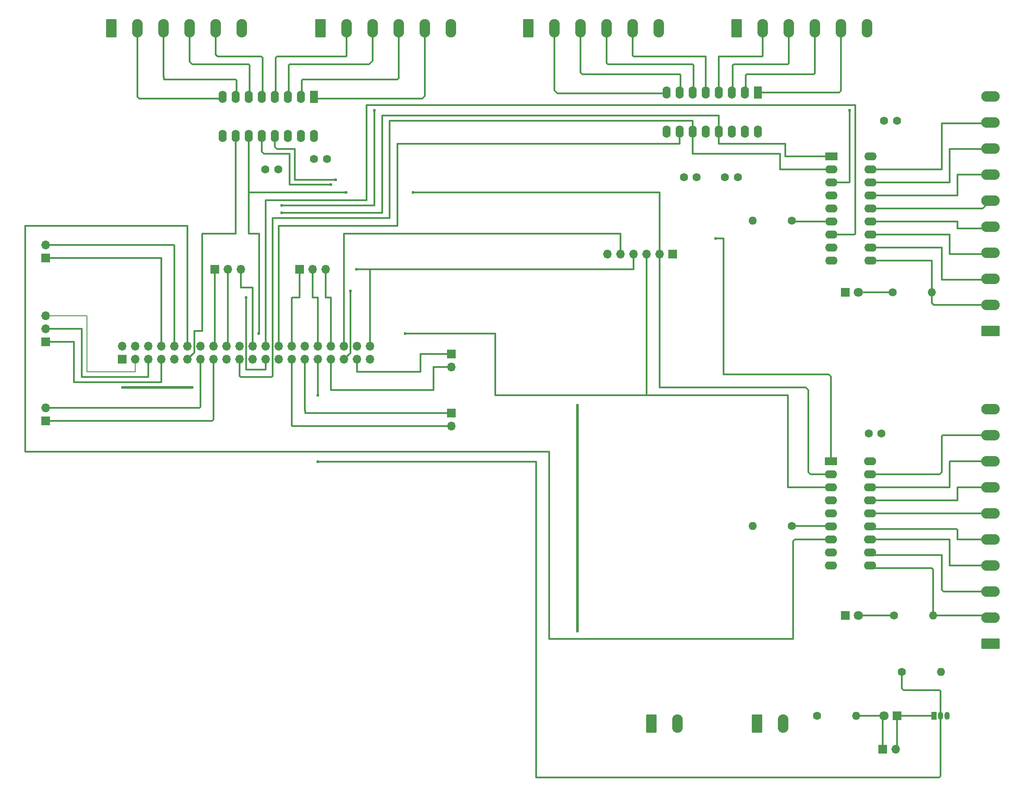
<source format=gbr>
%TF.GenerationSoftware,KiCad,Pcbnew,8.0.2*%
%TF.CreationDate,2024-07-09T15:06:59+02:00*%
%TF.ProjectId,PiADC-IO,50694144-432d-4494-9f2e-6b696361645f,1*%
%TF.SameCoordinates,Original*%
%TF.FileFunction,Copper,L2,Bot*%
%TF.FilePolarity,Positive*%
%FSLAX46Y46*%
G04 Gerber Fmt 4.6, Leading zero omitted, Abs format (unit mm)*
G04 Created by KiCad (PCBNEW 8.0.2) date 2024-07-09 15:06:59*
%MOMM*%
%LPD*%
G01*
G04 APERTURE LIST*
G04 Aperture macros list*
%AMRoundRect*
0 Rectangle with rounded corners*
0 $1 Rounding radius*
0 $2 $3 $4 $5 $6 $7 $8 $9 X,Y pos of 4 corners*
0 Add a 4 corners polygon primitive as box body*
4,1,4,$2,$3,$4,$5,$6,$7,$8,$9,$2,$3,0*
0 Add four circle primitives for the rounded corners*
1,1,$1+$1,$2,$3*
1,1,$1+$1,$4,$5*
1,1,$1+$1,$6,$7*
1,1,$1+$1,$8,$9*
0 Add four rect primitives between the rounded corners*
20,1,$1+$1,$2,$3,$4,$5,0*
20,1,$1+$1,$4,$5,$6,$7,0*
20,1,$1+$1,$6,$7,$8,$9,0*
20,1,$1+$1,$8,$9,$2,$3,0*%
G04 Aperture macros list end*
%TA.AperFunction,ComponentPad*%
%ADD10C,1.600000*%
%TD*%
%TA.AperFunction,ComponentPad*%
%ADD11R,1.700000X1.700000*%
%TD*%
%TA.AperFunction,ComponentPad*%
%ADD12O,1.700000X1.700000*%
%TD*%
%TA.AperFunction,ComponentPad*%
%ADD13O,1.600000X1.600000*%
%TD*%
%TA.AperFunction,ComponentPad*%
%ADD14RoundRect,0.249999X-0.790001X-1.550001X0.790001X-1.550001X0.790001X1.550001X-0.790001X1.550001X0*%
%TD*%
%TA.AperFunction,ComponentPad*%
%ADD15O,2.080000X3.600000*%
%TD*%
%TA.AperFunction,ComponentPad*%
%ADD16RoundRect,0.249999X1.550001X-0.790001X1.550001X0.790001X-1.550001X0.790001X-1.550001X-0.790001X0*%
%TD*%
%TA.AperFunction,ComponentPad*%
%ADD17O,3.600000X2.080000*%
%TD*%
%TA.AperFunction,ComponentPad*%
%ADD18R,1.600000X2.400000*%
%TD*%
%TA.AperFunction,ComponentPad*%
%ADD19O,1.600000X2.400000*%
%TD*%
%TA.AperFunction,ComponentPad*%
%ADD20R,2.400000X1.600000*%
%TD*%
%TA.AperFunction,ComponentPad*%
%ADD21O,2.400000X1.600000*%
%TD*%
%TA.AperFunction,ComponentPad*%
%ADD22R,1.800000X1.800000*%
%TD*%
%TA.AperFunction,ComponentPad*%
%ADD23C,1.800000*%
%TD*%
%TA.AperFunction,ComponentPad*%
%ADD24R,1.050000X1.500000*%
%TD*%
%TA.AperFunction,ComponentPad*%
%ADD25O,1.050000X1.500000*%
%TD*%
%TA.AperFunction,ViaPad*%
%ADD26C,0.600000*%
%TD*%
%TA.AperFunction,Conductor*%
%ADD27C,0.500000*%
%TD*%
%TA.AperFunction,Conductor*%
%ADD28C,0.300000*%
%TD*%
%TA.AperFunction,Conductor*%
%ADD29C,0.200000*%
%TD*%
G04 APERTURE END LIST*
D10*
%TO.P,C1,1*%
%TO.N,+3.3V*%
X79750000Y-52500000D03*
%TO.P,C1,2*%
%TO.N,GND*%
X82250000Y-52500000D03*
%TD*%
D11*
%TO.P,J22,1,Pin_1*%
%TO.N,Net-(D2-A)*%
X199960000Y-165500000D03*
D12*
%TO.P,J22,2,Pin_2*%
%TO.N,Net-(D2-K)*%
X202500000Y-165500000D03*
%TD*%
D11*
%TO.P,J1,1,Pin_1*%
%TO.N,Net-(J1-Pin_1)*%
X37000000Y-86080000D03*
D12*
%TO.P,J1,2,Pin_2*%
%TO.N,Net-(J1-Pin_2)*%
X37000000Y-83540000D03*
%TO.P,J1,3,Pin_3*%
%TO.N,Net-(J1-Pin_3)*%
X37000000Y-81000000D03*
%TD*%
D10*
%TO.P,R5,1*%
%TO.N,Net-(J15-Pin_31)*%
X203690000Y-150500000D03*
D13*
%TO.P,R5,2*%
%TO.N,+3.3V*%
X211310000Y-150500000D03*
%TD*%
D14*
%TO.P,J21,1,Pin_1*%
%TO.N,+5V*%
X154920000Y-160500000D03*
D15*
%TO.P,J21,2,Pin_2*%
%TO.N,GND*%
X160000000Y-160500000D03*
%TD*%
D16*
%TO.P,J5,1,Pin_1*%
%TO.N,+3.3V*%
X221000000Y-84000000D03*
D17*
%TO.P,J5,2,Pin_2*%
%TO.N,Net-(J5-Pin_2)*%
X221000000Y-78920000D03*
%TO.P,J5,3,Pin_3*%
%TO.N,Net-(J5-Pin_3)*%
X221000000Y-73840000D03*
%TO.P,J5,4,Pin_4*%
%TO.N,Net-(J5-Pin_4)*%
X221000000Y-68760000D03*
%TO.P,J5,5,Pin_5*%
%TO.N,Net-(J5-Pin_5)*%
X221000000Y-63680000D03*
%TO.P,J5,6,Pin_6*%
%TO.N,Net-(J5-Pin_6)*%
X221000000Y-58600000D03*
%TO.P,J5,7,Pin_7*%
%TO.N,Net-(J5-Pin_7)*%
X221000000Y-53520000D03*
%TO.P,J5,8,Pin_8*%
%TO.N,Net-(J5-Pin_8)*%
X221000000Y-48440000D03*
%TO.P,J5,9,Pin_9*%
%TO.N,Net-(J5-Pin_9)*%
X221000000Y-43360000D03*
%TO.P,J5,10,Pin_10*%
%TO.N,GND*%
X221000000Y-38280000D03*
%TD*%
D14*
%TO.P,J8,1,Pin_1*%
%TO.N,+3.3V*%
X131000000Y-25000000D03*
D15*
%TO.P,J8,2,Pin_2*%
%TO.N,Net-(J8-Pin_2)*%
X136080000Y-25000000D03*
%TO.P,J8,3,Pin_3*%
%TO.N,Net-(J8-Pin_3)*%
X141160000Y-25000000D03*
%TO.P,J8,4,Pin_4*%
%TO.N,Net-(J8-Pin_4)*%
X146240000Y-25000000D03*
%TO.P,J8,5,Pin_5*%
%TO.N,Net-(J8-Pin_5)*%
X151320000Y-25000000D03*
%TO.P,J8,6,Pin_6*%
%TO.N,GND*%
X156400000Y-25000000D03*
%TD*%
D11*
%TO.P,J19,1,Pin_1*%
%TO.N,Net-(J15-Pin_37)*%
X116000000Y-88460000D03*
D12*
%TO.P,J19,2,Pin_2*%
%TO.N,Net-(J15-Pin_33)*%
X116000000Y-91000000D03*
%TD*%
D14*
%TO.P,J11,1,Pin_1*%
%TO.N,+3.3V*%
X90500000Y-25000000D03*
D15*
%TO.P,J11,2,Pin_2*%
%TO.N,Net-(J11-Pin_2)*%
X95580000Y-25000000D03*
%TO.P,J11,3,Pin_3*%
%TO.N,Net-(J11-Pin_3)*%
X100660000Y-25000000D03*
%TO.P,J11,4,Pin_4*%
%TO.N,Net-(J11-Pin_4)*%
X105740000Y-25000000D03*
%TO.P,J11,5,Pin_5*%
%TO.N,Net-(J11-Pin_5)*%
X110820000Y-25000000D03*
%TO.P,J11,6,Pin_6*%
%TO.N,GND*%
X115900000Y-25000000D03*
%TD*%
D10*
%TO.P,C6,1*%
%TO.N,GND*%
X197250000Y-104000000D03*
%TO.P,C6,2*%
%TO.N,+3.3V*%
X199750000Y-104000000D03*
%TD*%
D11*
%TO.P,J6,1,Pin_1*%
%TO.N,Net-(J15-Pin_16)*%
X69920000Y-72000000D03*
D12*
%TO.P,J6,2,Pin_2*%
%TO.N,Net-(J15-Pin_18)*%
X72460000Y-72000000D03*
%TO.P,J6,3,Pin_3*%
%TO.N,Net-(J15-Pin_22)*%
X75000000Y-72000000D03*
%TD*%
D10*
%TO.P,R4,1*%
%TO.N,Net-(D1-A)*%
X202190000Y-139500000D03*
D13*
%TO.P,R4,2*%
%TO.N,Net-(J13-Pin_2)*%
X209810000Y-139500000D03*
%TD*%
D10*
%TO.P,R1,1*%
%TO.N,Net-(U5-~RESET)*%
X182310000Y-62500000D03*
D13*
%TO.P,R1,2*%
%TO.N,+3.3V*%
X174690000Y-62500000D03*
%TD*%
D11*
%TO.P,J3,1,Pin_1*%
%TO.N,Net-(J15-Pin_15)*%
X37000000Y-101500000D03*
D12*
%TO.P,J3,2,Pin_2*%
%TO.N,Net-(J15-Pin_13)*%
X37000000Y-98960000D03*
%TD*%
D14*
%TO.P,J16,1,Pin_1*%
%TO.N,+3.3V*%
X175500000Y-160500000D03*
D15*
%TO.P,J16,2,Pin_2*%
%TO.N,GND*%
X180580000Y-160500000D03*
%TD*%
D11*
%TO.P,J18,1,Pin_1*%
%TO.N,Net-(J15-Pin_29)*%
X116000000Y-100000000D03*
D12*
%TO.P,J18,2,Pin_2*%
%TO.N,Net-(J15-Pin_27)*%
X116000000Y-102540000D03*
%TD*%
D11*
%TO.P,J17,1,Pin_1*%
%TO.N,Net-(J15-Pin_28)*%
X86475000Y-72000000D03*
D12*
%TO.P,J17,2,Pin_2*%
%TO.N,Net-(J15-Pin_32)*%
X89015000Y-72000000D03*
%TO.P,J17,3,Pin_3*%
%TO.N,Net-(J15-Pin_34)*%
X91555000Y-72000000D03*
%TD*%
D18*
%TO.P,U3,1,CH0*%
%TO.N,Net-(J9-Pin_5)*%
X175660000Y-37500000D03*
D19*
%TO.P,U3,2,CH1*%
%TO.N,Net-(J9-Pin_4)*%
X173120000Y-37500000D03*
%TO.P,U3,3,CH2*%
%TO.N,Net-(J9-Pin_3)*%
X170580000Y-37500000D03*
%TO.P,U3,4,CH3*%
%TO.N,Net-(J9-Pin_2)*%
X168040000Y-37500000D03*
%TO.P,U3,5,CH4*%
%TO.N,Net-(J8-Pin_5)*%
X165500000Y-37500000D03*
%TO.P,U3,6,CH5*%
%TO.N,Net-(J8-Pin_4)*%
X162960000Y-37500000D03*
%TO.P,U3,7,CH6*%
%TO.N,Net-(J8-Pin_3)*%
X160420000Y-37500000D03*
%TO.P,U3,8,CH7*%
%TO.N,Net-(J8-Pin_2)*%
X157880000Y-37500000D03*
%TO.P,U3,9,DGND*%
%TO.N,GND*%
X157880000Y-45120000D03*
%TO.P,U3,10,~{CS}/SHDN*%
%TO.N,/CS 0_1*%
X160420000Y-45120000D03*
%TO.P,U3,11,Din*%
%TO.N,/MOSI 0*%
X162960000Y-45120000D03*
%TO.P,U3,12,Dout*%
%TO.N,/MISO 0*%
X165500000Y-45120000D03*
%TO.P,U3,13,CLK*%
%TO.N,/SCLK 0*%
X168040000Y-45120000D03*
%TO.P,U3,14,AGND*%
%TO.N,GND*%
X170580000Y-45120000D03*
%TO.P,U3,15,Vref*%
%TO.N,+3.3V*%
X173120000Y-45120000D03*
%TO.P,U3,16,Vdd*%
X175660000Y-45120000D03*
%TD*%
D14*
%TO.P,J10,1,Pin_1*%
%TO.N,+3.3V*%
X49800000Y-25000000D03*
D15*
%TO.P,J10,2,Pin_2*%
%TO.N,Net-(J10-Pin_2)*%
X54880000Y-25000000D03*
%TO.P,J10,3,Pin_3*%
%TO.N,Net-(J10-Pin_3)*%
X59960000Y-25000000D03*
%TO.P,J10,4,Pin_4*%
%TO.N,Net-(J10-Pin_4)*%
X65040000Y-25000000D03*
%TO.P,J10,5,Pin_5*%
%TO.N,Net-(J10-Pin_5)*%
X70120000Y-25000000D03*
%TO.P,J10,6,Pin_6*%
%TO.N,GND*%
X75200000Y-25000000D03*
%TD*%
D14*
%TO.P,J9,1,Pin_1*%
%TO.N,+3.3V*%
X171500000Y-25000000D03*
D15*
%TO.P,J9,2,Pin_2*%
%TO.N,Net-(J9-Pin_2)*%
X176580000Y-25000000D03*
%TO.P,J9,3,Pin_3*%
%TO.N,Net-(J9-Pin_3)*%
X181660000Y-25000000D03*
%TO.P,J9,4,Pin_4*%
%TO.N,Net-(J9-Pin_4)*%
X186740000Y-25000000D03*
%TO.P,J9,5,Pin_5*%
%TO.N,Net-(J9-Pin_5)*%
X191820000Y-25000000D03*
%TO.P,J9,6,Pin_6*%
%TO.N,GND*%
X196900000Y-25000000D03*
%TD*%
D20*
%TO.P,U1,1,SCK*%
%TO.N,/SCLK 1*%
X189880000Y-109420000D03*
D21*
%TO.P,U1,2,SI*%
%TO.N,/MOSI 1*%
X189880000Y-111960000D03*
%TO.P,U1,3,SO*%
%TO.N,/MISO 1*%
X189880000Y-114500000D03*
%TO.P,U1,4,A1*%
%TO.N,GND*%
X189880000Y-117040000D03*
%TO.P,U1,5,A0*%
X189880000Y-119580000D03*
%TO.P,U1,6,~RESET*%
%TO.N,Net-(U1-~RESET)*%
X189880000Y-122120000D03*
%TO.P,U1,7,~CS*%
%TO.N,/CS 1_0*%
X189880000Y-124660000D03*
%TO.P,U1,8,INT*%
%TO.N,unconnected-(U1-INT-Pad8)*%
X189880000Y-127200000D03*
%TO.P,U1,9,VSS*%
%TO.N,GND*%
X189880000Y-129740000D03*
%TO.P,U1,10,GP0*%
%TO.N,Net-(J13-Pin_2)*%
X197500000Y-129740000D03*
%TO.P,U1,11,GP1*%
%TO.N,Net-(J13-Pin_3)*%
X197500000Y-127200000D03*
%TO.P,U1,12,GP2*%
%TO.N,Net-(J13-Pin_4)*%
X197500000Y-124660000D03*
%TO.P,U1,13,GP3*%
%TO.N,Net-(J13-Pin_5)*%
X197500000Y-122120000D03*
%TO.P,U1,14,GP4*%
%TO.N,Net-(J13-Pin_6)*%
X197500000Y-119580000D03*
%TO.P,U1,15,GP5*%
%TO.N,Net-(J13-Pin_7)*%
X197500000Y-117040000D03*
%TO.P,U1,16,GP6*%
%TO.N,Net-(J13-Pin_8)*%
X197500000Y-114500000D03*
%TO.P,U1,17,GP7*%
%TO.N,Net-(J13-Pin_9)*%
X197500000Y-111960000D03*
%TO.P,U1,18,VDD*%
%TO.N,+3.3V*%
X197500000Y-109420000D03*
%TD*%
D10*
%TO.P,C2,1*%
%TO.N,+3.3V*%
X89250000Y-50500000D03*
%TO.P,C2,2*%
%TO.N,GND*%
X91750000Y-50500000D03*
%TD*%
D11*
%TO.P,J20,1,Pin_1*%
%TO.N,+3.3V*%
X159040000Y-69000000D03*
D12*
%TO.P,J20,2,Pin_2*%
%TO.N,/MOSI 1*%
X156500000Y-69000000D03*
%TO.P,J20,3,Pin_3*%
%TO.N,/MISO 1*%
X153960000Y-69000000D03*
%TO.P,J20,4,Pin_4*%
%TO.N,/SCLK 1*%
X151420000Y-69000000D03*
%TO.P,J20,5,Pin_5*%
%TO.N,/CS 1_2*%
X148880000Y-69000000D03*
%TO.P,J20,6,Pin_6*%
%TO.N,GND*%
X146340000Y-69000000D03*
%TD*%
D11*
%TO.P,J4,1,Pin_1*%
%TO.N,Net-(J15-Pin_8)*%
X37000000Y-69775000D03*
D12*
%TO.P,J4,2,Pin_2*%
%TO.N,Net-(J15-Pin_10)*%
X37000000Y-67235000D03*
%TD*%
D16*
%TO.P,J13,1,Pin_1*%
%TO.N,+3.3V*%
X221000000Y-145000000D03*
D17*
%TO.P,J13,2,Pin_2*%
%TO.N,Net-(J13-Pin_2)*%
X221000000Y-139920000D03*
%TO.P,J13,3,Pin_3*%
%TO.N,Net-(J13-Pin_3)*%
X221000000Y-134840000D03*
%TO.P,J13,4,Pin_4*%
%TO.N,Net-(J13-Pin_4)*%
X221000000Y-129760000D03*
%TO.P,J13,5,Pin_5*%
%TO.N,Net-(J13-Pin_5)*%
X221000000Y-124680000D03*
%TO.P,J13,6,Pin_6*%
%TO.N,Net-(J13-Pin_6)*%
X221000000Y-119600000D03*
%TO.P,J13,7,Pin_7*%
%TO.N,Net-(J13-Pin_7)*%
X221000000Y-114520000D03*
%TO.P,J13,8,Pin_8*%
%TO.N,Net-(J13-Pin_8)*%
X221000000Y-109440000D03*
%TO.P,J13,9,Pin_9*%
%TO.N,Net-(J13-Pin_9)*%
X221000000Y-104360000D03*
%TO.P,J13,10,Pin_10*%
%TO.N,GND*%
X221000000Y-99280000D03*
%TD*%
D10*
%TO.P,R2,1*%
%TO.N,Net-(D3-A)*%
X201880000Y-76500000D03*
D13*
%TO.P,R2,2*%
%TO.N,Net-(J5-Pin_2)*%
X209500000Y-76500000D03*
%TD*%
D10*
%TO.P,C3,1*%
%TO.N,+3.3V*%
X161250000Y-54000000D03*
%TO.P,C3,2*%
%TO.N,GND*%
X163750000Y-54000000D03*
%TD*%
%TO.P,C5,1*%
%TO.N,GND*%
X200250000Y-43000000D03*
%TO.P,C5,2*%
%TO.N,+3.3V*%
X202750000Y-43000000D03*
%TD*%
%TO.P,R6,1*%
%TO.N,+3.3V*%
X187190000Y-159000000D03*
D13*
%TO.P,R6,2*%
%TO.N,Net-(D2-A)*%
X194810000Y-159000000D03*
%TD*%
D22*
%TO.P,D1,1,K*%
%TO.N,GND*%
X192725000Y-139500000D03*
D23*
%TO.P,D1,2,A*%
%TO.N,Net-(D1-A)*%
X195265000Y-139500000D03*
%TD*%
D22*
%TO.P,D2,1,K*%
%TO.N,Net-(D2-K)*%
X202775000Y-159000000D03*
D23*
%TO.P,D2,2,A*%
%TO.N,Net-(D2-A)*%
X200235000Y-159000000D03*
%TD*%
D20*
%TO.P,U5,1,SCK*%
%TO.N,/SCLK 0*%
X190000000Y-50000000D03*
D21*
%TO.P,U5,2,SI*%
%TO.N,/MOSI 0*%
X190000000Y-52540000D03*
%TO.P,U5,3,SO*%
%TO.N,/MISO 0*%
X190000000Y-55080000D03*
%TO.P,U5,4,A1*%
%TO.N,GND*%
X190000000Y-57620000D03*
%TO.P,U5,5,A0*%
X190000000Y-60160000D03*
%TO.P,U5,6,~RESET*%
%TO.N,Net-(U5-~RESET)*%
X190000000Y-62700000D03*
%TO.P,U5,7,~CS*%
%TO.N,/CS 0_0*%
X190000000Y-65240000D03*
%TO.P,U5,8,INT*%
%TO.N,unconnected-(U5-INT-Pad8)*%
X190000000Y-67780000D03*
%TO.P,U5,9,VSS*%
%TO.N,GND*%
X190000000Y-70320000D03*
%TO.P,U5,10,GP0*%
%TO.N,Net-(J5-Pin_2)*%
X197620000Y-70320000D03*
%TO.P,U5,11,GP1*%
%TO.N,Net-(J5-Pin_3)*%
X197620000Y-67780000D03*
%TO.P,U5,12,GP2*%
%TO.N,Net-(J5-Pin_4)*%
X197620000Y-65240000D03*
%TO.P,U5,13,GP3*%
%TO.N,Net-(J5-Pin_5)*%
X197620000Y-62700000D03*
%TO.P,U5,14,GP4*%
%TO.N,Net-(J5-Pin_6)*%
X197620000Y-60160000D03*
%TO.P,U5,15,GP5*%
%TO.N,Net-(J5-Pin_7)*%
X197620000Y-57620000D03*
%TO.P,U5,16,GP6*%
%TO.N,Net-(J5-Pin_8)*%
X197620000Y-55080000D03*
%TO.P,U5,17,GP7*%
%TO.N,Net-(J5-Pin_9)*%
X197620000Y-52540000D03*
%TO.P,U5,18,VDD*%
%TO.N,+3.3V*%
X197620000Y-50000000D03*
%TD*%
D18*
%TO.P,U2,1,CH0*%
%TO.N,Net-(J11-Pin_5)*%
X89200000Y-38380000D03*
D19*
%TO.P,U2,2,CH1*%
%TO.N,Net-(J11-Pin_4)*%
X86660000Y-38380000D03*
%TO.P,U2,3,CH2*%
%TO.N,Net-(J11-Pin_3)*%
X84120000Y-38380000D03*
%TO.P,U2,4,CH3*%
%TO.N,Net-(J11-Pin_2)*%
X81580000Y-38380000D03*
%TO.P,U2,5,CH4*%
%TO.N,Net-(J10-Pin_5)*%
X79040000Y-38380000D03*
%TO.P,U2,6,CH5*%
%TO.N,Net-(J10-Pin_4)*%
X76500000Y-38380000D03*
%TO.P,U2,7,CH6*%
%TO.N,Net-(J10-Pin_3)*%
X73960000Y-38380000D03*
%TO.P,U2,8,CH7*%
%TO.N,Net-(J10-Pin_2)*%
X71420000Y-38380000D03*
%TO.P,U2,9,DGND*%
%TO.N,GND*%
X71420000Y-46000000D03*
%TO.P,U2,10,~{CS}/SHDN*%
%TO.N,/CS 1_1*%
X73960000Y-46000000D03*
%TO.P,U2,11,Din*%
%TO.N,/MOSI 1*%
X76500000Y-46000000D03*
%TO.P,U2,12,Dout*%
%TO.N,/MISO 1*%
X79040000Y-46000000D03*
%TO.P,U2,13,CLK*%
%TO.N,/SCLK 1*%
X81580000Y-46000000D03*
%TO.P,U2,14,AGND*%
%TO.N,GND*%
X84120000Y-46000000D03*
%TO.P,U2,15,Vref*%
%TO.N,+3.3V*%
X86660000Y-46000000D03*
%TO.P,U2,16,Vdd*%
X89200000Y-46000000D03*
%TD*%
D10*
%TO.P,C4,1*%
%TO.N,+3.3V*%
X169250000Y-54000000D03*
%TO.P,C4,2*%
%TO.N,GND*%
X171750000Y-54000000D03*
%TD*%
D24*
%TO.P,Q1,1,D*%
%TO.N,Net-(D2-K)*%
X209960000Y-159000000D03*
D25*
%TO.P,Q1,2,G*%
%TO.N,Net-(J15-Pin_31)*%
X211230000Y-159000000D03*
%TO.P,Q1,3,S*%
%TO.N,GND*%
X212500000Y-159000000D03*
%TD*%
D22*
%TO.P,D3,1,K*%
%TO.N,GND*%
X192725000Y-76500000D03*
D23*
%TO.P,D3,2,A*%
%TO.N,Net-(D3-A)*%
X195265000Y-76500000D03*
%TD*%
D10*
%TO.P,R3,1*%
%TO.N,Net-(U1-~RESET)*%
X182310000Y-122000000D03*
D13*
%TO.P,R3,2*%
%TO.N,+3.3V*%
X174690000Y-122000000D03*
%TD*%
D11*
%TO.P,J15,1,Pin_1*%
%TO.N,+3.3V*%
X51920000Y-89540000D03*
D12*
%TO.P,J15,2,Pin_2*%
%TO.N,+5V*%
X51920000Y-87000000D03*
%TO.P,J15,3,Pin_3*%
%TO.N,Net-(J1-Pin_3)*%
X54460000Y-89540000D03*
%TO.P,J15,4,Pin_4*%
%TO.N,+5V*%
X54460000Y-87000000D03*
%TO.P,J15,5,Pin_5*%
%TO.N,Net-(J1-Pin_2)*%
X57000000Y-89540000D03*
%TO.P,J15,6,Pin_6*%
%TO.N,GND*%
X57000000Y-87000000D03*
%TO.P,J15,7,Pin_7*%
%TO.N,Net-(J1-Pin_1)*%
X59540000Y-89540000D03*
%TO.P,J15,8,Pin_8*%
%TO.N,Net-(J15-Pin_8)*%
X59540000Y-87000000D03*
%TO.P,J15,9,Pin_9*%
%TO.N,GND*%
X62080000Y-89540000D03*
%TO.P,J15,10,Pin_10*%
%TO.N,Net-(J15-Pin_10)*%
X62080000Y-87000000D03*
%TO.P,J15,11,Pin_11*%
%TO.N,/CS 1_1*%
X64620000Y-89540000D03*
%TO.P,J15,12,Pin_12*%
%TO.N,/CS 1_0*%
X64620000Y-87000000D03*
%TO.P,J15,13,Pin_13*%
%TO.N,Net-(J15-Pin_13)*%
X67160000Y-89540000D03*
%TO.P,J15,14,Pin_14*%
%TO.N,GND*%
X67160000Y-87000000D03*
%TO.P,J15,15,Pin_15*%
%TO.N,Net-(J15-Pin_15)*%
X69700000Y-89540000D03*
%TO.P,J15,16,Pin_16*%
%TO.N,Net-(J15-Pin_16)*%
X69700000Y-87000000D03*
%TO.P,J15,17,Pin_17*%
%TO.N,+3.3V*%
X72240000Y-89540000D03*
%TO.P,J15,18,Pin_18*%
%TO.N,Net-(J15-Pin_18)*%
X72240000Y-87000000D03*
%TO.P,J15,19,Pin_19*%
%TO.N,/MOSI 0*%
X74780000Y-89540000D03*
%TO.P,J15,20,Pin_20*%
%TO.N,GND*%
X74780000Y-87000000D03*
%TO.P,J15,21,Pin_21*%
%TO.N,/MISO 0*%
X77320000Y-89540000D03*
%TO.P,J15,22,Pin_22*%
%TO.N,Net-(J15-Pin_22)*%
X77320000Y-87000000D03*
%TO.P,J15,23,Pin_23*%
%TO.N,/SCLK 0*%
X79860000Y-89540000D03*
%TO.P,J15,24,Pin_24*%
%TO.N,/CS 0_0*%
X79860000Y-87000000D03*
%TO.P,J15,25,Pin_25*%
%TO.N,GND*%
X82400000Y-89540000D03*
%TO.P,J15,26,Pin_26*%
%TO.N,/CS 0_1*%
X82400000Y-87000000D03*
%TO.P,J15,27,Pin_27*%
%TO.N,Net-(J15-Pin_27)*%
X84940000Y-89540000D03*
%TO.P,J15,28,Pin_28*%
%TO.N,Net-(J15-Pin_28)*%
X84940000Y-87000000D03*
%TO.P,J15,29,Pin_29*%
%TO.N,Net-(J15-Pin_29)*%
X87480000Y-89540000D03*
%TO.P,J15,30,Pin_30*%
%TO.N,GND*%
X87480000Y-87000000D03*
%TO.P,J15,31,Pin_31*%
%TO.N,Net-(J15-Pin_31)*%
X90020000Y-89540000D03*
%TO.P,J15,32,Pin_32*%
%TO.N,Net-(J15-Pin_32)*%
X90020000Y-87000000D03*
%TO.P,J15,33,Pin_33*%
%TO.N,Net-(J15-Pin_33)*%
X92560000Y-89540000D03*
%TO.P,J15,34,Pin_34*%
%TO.N,Net-(J15-Pin_34)*%
X92560000Y-87000000D03*
%TO.P,J15,35,Pin_35*%
%TO.N,/MISO 1*%
X95100000Y-89540000D03*
%TO.P,J15,36,Pin_36*%
%TO.N,/CS 1_2*%
X95100000Y-87000000D03*
%TO.P,J15,37,Pin_37*%
%TO.N,Net-(J15-Pin_37)*%
X97640000Y-89540000D03*
%TO.P,J15,38,Pin_38*%
%TO.N,/MOSI 1*%
X97640000Y-87000000D03*
%TO.P,J15,39,Pin_39*%
%TO.N,GND*%
X100180000Y-89540000D03*
%TO.P,J15,40,Pin_40*%
%TO.N,/SCLK 1*%
X100180000Y-87000000D03*
%TD*%
D26*
%TO.N,+5V*%
X140500000Y-98500000D03*
X140500000Y-142500000D03*
%TO.N,+3.3V*%
X52000000Y-95000000D03*
X65500000Y-95000000D03*
%TO.N,Net-(J15-Pin_31)*%
X90000000Y-109500000D03*
X90000000Y-96500000D03*
%TO.N,/MISO 0*%
X83000000Y-59500000D03*
X193500000Y-41000000D03*
X101000000Y-41000000D03*
%TO.N,/SCLK 0*%
X76000000Y-77500000D03*
X83000000Y-61000000D03*
%TO.N,/MISO 1*%
X92500000Y-55500000D03*
X107000000Y-84500000D03*
X96300000Y-76200000D03*
%TO.N,/MOSI 1*%
X78500000Y-84500000D03*
X108500000Y-57000000D03*
X95500000Y-57000000D03*
%TO.N,/SCLK 1*%
X97500000Y-72000000D03*
X167500000Y-66000000D03*
X93500000Y-54500000D03*
%TD*%
D27*
%TO.N,+5V*%
X140500000Y-98500000D02*
X140500000Y-142500000D01*
D28*
%TO.N,/CS 1_0*%
X182840000Y-124660000D02*
X189880000Y-124660000D01*
X135000000Y-144000000D02*
X182500000Y-144000000D01*
X182500000Y-144000000D02*
X182500000Y-125000000D01*
X135000000Y-107500000D02*
X135000000Y-144000000D01*
X182500000Y-125000000D02*
X182840000Y-124660000D01*
X33000000Y-63500000D02*
X33000000Y-107500000D01*
X64620000Y-63500000D02*
X33000000Y-63500000D01*
X64620000Y-87000000D02*
X64620000Y-63500000D01*
X33000000Y-107500000D02*
X135000000Y-107500000D01*
%TO.N,/MISO 1*%
X181500000Y-114500000D02*
X189880000Y-114500000D01*
X181500000Y-96500000D02*
X181500000Y-114500000D01*
X153960000Y-96500000D02*
X181500000Y-96500000D01*
X124500000Y-84500000D02*
X107000000Y-84500000D01*
X124500000Y-96500000D02*
X124500000Y-84500000D01*
X153960000Y-96500000D02*
X124500000Y-96500000D01*
X153960000Y-69000000D02*
X153960000Y-96500000D01*
D27*
%TO.N,+3.3V*%
X65500000Y-95000000D02*
X52000000Y-95000000D01*
D28*
%TO.N,/MISO 1*%
X96300000Y-76200000D02*
X96300000Y-88340000D01*
X96300000Y-88340000D02*
X95100000Y-89540000D01*
%TO.N,/MOSI 0*%
X75000000Y-93000000D02*
X74780000Y-92780000D01*
X81200000Y-92800000D02*
X81000000Y-93000000D01*
X81000000Y-93000000D02*
X75000000Y-93000000D01*
X81200000Y-62000000D02*
X81200000Y-92800000D01*
X74780000Y-92780000D02*
X74780000Y-89540000D01*
X104000000Y-43000000D02*
X104000000Y-62000000D01*
X104000000Y-62000000D02*
X81200000Y-62000000D01*
X162960000Y-43000000D02*
X104000000Y-43000000D01*
X162960000Y-45120000D02*
X162960000Y-43000000D01*
%TO.N,/SCLK 0*%
X79860000Y-89540000D02*
X79860000Y-91500000D01*
X76000000Y-91500000D02*
X79860000Y-91500000D01*
X76000000Y-77500000D02*
X76000000Y-91500000D01*
%TO.N,/CS 1_1*%
X73960000Y-50460000D02*
X73960000Y-46000000D01*
X74000000Y-65000000D02*
X74000000Y-50500000D01*
X66000000Y-84000000D02*
X67500000Y-84000000D01*
X67500000Y-65000000D02*
X74000000Y-65000000D01*
X65960000Y-84040000D02*
X66000000Y-84000000D01*
X65960000Y-88200000D02*
X65960000Y-84040000D01*
X67500000Y-84000000D02*
X67500000Y-65000000D01*
X74000000Y-50500000D02*
X73960000Y-50460000D01*
X64620000Y-89540000D02*
X65960000Y-88200000D01*
%TO.N,Net-(U1-~RESET)*%
X182310000Y-122000000D02*
X189760000Y-122000000D01*
X189760000Y-122000000D02*
X189880000Y-122120000D01*
%TO.N,Net-(U5-~RESET)*%
X190000000Y-62700000D02*
X182510000Y-62700000D01*
X182510000Y-62700000D02*
X182310000Y-62500000D01*
%TO.N,Net-(J15-Pin_31)*%
X132500000Y-171000000D02*
X132500000Y-109500000D01*
X132500000Y-109500000D02*
X90000000Y-109500000D01*
X211000000Y-171000000D02*
X132500000Y-171000000D01*
X204000000Y-154000000D02*
X211000000Y-154000000D01*
X211230000Y-170770000D02*
X211000000Y-171000000D01*
X211000000Y-154000000D02*
X211230000Y-154230000D01*
X90000000Y-96500000D02*
X90020000Y-96480000D01*
X90020000Y-96480000D02*
X90020000Y-89540000D01*
X203690000Y-150500000D02*
X203690000Y-153690000D01*
X211230000Y-159000000D02*
X211230000Y-170770000D01*
X203690000Y-153690000D02*
X204000000Y-154000000D01*
X211230000Y-154230000D02*
X211230000Y-159000000D01*
%TO.N,/MOSI 0*%
X180000000Y-49500000D02*
X163000000Y-49500000D01*
X180000000Y-52500000D02*
X180000000Y-49500000D01*
X190000000Y-52540000D02*
X180040000Y-52540000D01*
X180040000Y-52540000D02*
X180000000Y-52500000D01*
X163000000Y-49500000D02*
X162960000Y-49460000D01*
X162960000Y-49460000D02*
X162960000Y-45120000D01*
%TO.N,/MISO 0*%
X101000000Y-59500000D02*
X83000000Y-59500000D01*
X101000000Y-41000000D02*
X101000000Y-59500000D01*
X193420000Y-55080000D02*
X190000000Y-55080000D01*
X193500000Y-55000000D02*
X193420000Y-55080000D01*
X193500000Y-41000000D02*
X193500000Y-55000000D01*
%TO.N,/SCLK 0*%
X168000000Y-42000000D02*
X168040000Y-42040000D01*
X190000000Y-50000000D02*
X181000000Y-50000000D01*
X168040000Y-45120000D02*
X168040000Y-47500000D01*
X80000000Y-89400000D02*
X79860000Y-89540000D01*
X181000000Y-50000000D02*
X181000000Y-47500000D01*
X83000000Y-61000000D02*
X102500000Y-61000000D01*
X181000000Y-47500000D02*
X168040000Y-47500000D01*
X102500000Y-42000000D02*
X168000000Y-42000000D01*
X168040000Y-42040000D02*
X168040000Y-45120000D01*
X102500000Y-61000000D02*
X102500000Y-42000000D01*
%TO.N,/CS 0_0*%
X194600000Y-65140000D02*
X194600000Y-40000000D01*
X79860000Y-87000000D02*
X79860000Y-58500000D01*
X79860000Y-58500000D02*
X99500000Y-58500000D01*
X99500000Y-58500000D02*
X99500000Y-40000000D01*
X194500000Y-65240000D02*
X194600000Y-65140000D01*
X190000000Y-65240000D02*
X194500000Y-65240000D01*
X99500000Y-40000000D02*
X194600000Y-40000000D01*
%TO.N,/MISO 1*%
X79040000Y-46000000D02*
X79040000Y-49040000D01*
X79040000Y-49040000D02*
X79500000Y-49500000D01*
X79500000Y-49500000D02*
X84500000Y-49500000D01*
X84500000Y-55500000D02*
X92500000Y-55500000D01*
X84500000Y-49500000D02*
X84500000Y-55500000D01*
%TO.N,Net-(J13-Pin_3)*%
X211500000Y-134500000D02*
X211840000Y-134840000D01*
X211840000Y-134840000D02*
X221000000Y-134840000D01*
X197620000Y-127700000D02*
X211500000Y-127700000D01*
X211500000Y-127700000D02*
X211500000Y-134500000D01*
%TO.N,/MOSI 1*%
X97500000Y-87140000D02*
X97640000Y-87000000D01*
X108500000Y-57000000D02*
X156500000Y-57000000D01*
X78520000Y-84480000D02*
X78500000Y-84500000D01*
X78520000Y-65000000D02*
X78520000Y-84480000D01*
X185960000Y-111960000D02*
X185500000Y-111500000D01*
X189880000Y-111960000D02*
X185960000Y-111960000D01*
X95500000Y-57000000D02*
X76500000Y-57000000D01*
X185500000Y-95500000D02*
X185000000Y-95000000D01*
X76500000Y-65000000D02*
X78520000Y-65000000D01*
X156500000Y-69000000D02*
X156500000Y-95000000D01*
X76500000Y-46000000D02*
X76500000Y-57000000D01*
X185500000Y-111500000D02*
X185500000Y-95500000D01*
X76500000Y-57000000D02*
X76500000Y-58000000D01*
X76500000Y-58000000D02*
X76500000Y-65000000D01*
X78500000Y-84500000D02*
X78520000Y-84520000D01*
X185000000Y-95000000D02*
X156500000Y-95000000D01*
X156500000Y-57000000D02*
X156500000Y-69000000D01*
%TO.N,unconnected-(U1-INT-Pad8)*%
X189800000Y-127500000D02*
X190000000Y-127700000D01*
%TO.N,Net-(J13-Pin_5)*%
X214500000Y-122740000D02*
X214500000Y-124680000D01*
X197620000Y-122620000D02*
X214380000Y-122620000D01*
X220840000Y-125160000D02*
X221000000Y-125000000D01*
X214380000Y-122620000D02*
X214500000Y-122740000D01*
X214500000Y-124680000D02*
X221000000Y-124680000D01*
%TO.N,Net-(J13-Pin_2)*%
X209500000Y-130240000D02*
X209810000Y-130550000D01*
X209810000Y-139500000D02*
X220580000Y-139500000D01*
X209810000Y-130550000D02*
X209810000Y-139500000D01*
X220580000Y-139500000D02*
X221000000Y-139920000D01*
X197620000Y-130240000D02*
X209500000Y-130240000D01*
%TO.N,Net-(J13-Pin_7)*%
X221000000Y-114520000D02*
X214520000Y-114520000D01*
X214460000Y-117040000D02*
X197500000Y-117040000D01*
X214500000Y-114540000D02*
X214500000Y-117000000D01*
X214500000Y-117000000D02*
X214460000Y-117040000D01*
X214520000Y-114520000D02*
X214500000Y-114540000D01*
%TO.N,Net-(J13-Pin_4)*%
X213000000Y-129760000D02*
X221000000Y-129760000D01*
X197500000Y-124660000D02*
X213000000Y-124660000D01*
X213000000Y-124660000D02*
X213000000Y-129760000D01*
%TO.N,/SCLK 1*%
X85500000Y-48500000D02*
X85500000Y-54500000D01*
X85500000Y-54500000D02*
X93500000Y-54500000D01*
X189880000Y-109420000D02*
X189880000Y-92880000D01*
X189880000Y-92880000D02*
X189500000Y-92500000D01*
X100180000Y-87000000D02*
X100180000Y-72000000D01*
X82000000Y-48500000D02*
X85500000Y-48500000D01*
X100180000Y-72000000D02*
X97500000Y-72000000D01*
X169000000Y-66000000D02*
X167500000Y-66000000D01*
X81580000Y-46000000D02*
X81580000Y-48080000D01*
X189500000Y-92500000D02*
X169000000Y-92500000D01*
X151420000Y-69000000D02*
X151420000Y-72000000D01*
X169000000Y-66000000D02*
X169000000Y-92500000D01*
X151420000Y-72000000D02*
X100180000Y-72000000D01*
X81580000Y-48080000D02*
X82000000Y-48500000D01*
%TO.N,Net-(J13-Pin_6)*%
X197500000Y-119580000D02*
X220980000Y-119580000D01*
X220980000Y-119580000D02*
X221000000Y-119600000D01*
%TO.N,Net-(J11-Pin_3)*%
X84500000Y-32000000D02*
X84295000Y-32205000D01*
X84295000Y-32205000D02*
X84295000Y-38675000D01*
X100000000Y-32000000D02*
X84500000Y-32000000D01*
X100000000Y-32000000D02*
X100660000Y-31340000D01*
X100660000Y-31340000D02*
X100660000Y-25000000D01*
%TO.N,Net-(J11-Pin_4)*%
X105500000Y-35000000D02*
X105740000Y-34760000D01*
X105740000Y-34760000D02*
X105740000Y-25000000D01*
X86835000Y-35165000D02*
X87000000Y-35000000D01*
X87000000Y-35000000D02*
X105500000Y-35000000D01*
X86835000Y-38675000D02*
X86835000Y-35165000D01*
%TO.N,Net-(J10-Pin_2)*%
X71595000Y-38675000D02*
X55175000Y-38675000D01*
X55080000Y-25000000D02*
X55000000Y-25080000D01*
X55175000Y-38675000D02*
X54880000Y-38380000D01*
X54880000Y-38380000D02*
X54880000Y-25000000D01*
%TO.N,Net-(J10-Pin_4)*%
X65040000Y-31540000D02*
X65500000Y-32000000D01*
X65240000Y-25000000D02*
X65000000Y-25240000D01*
X76675000Y-32175000D02*
X76500000Y-32000000D01*
X76675000Y-38675000D02*
X76675000Y-32175000D01*
X65040000Y-25000000D02*
X65040000Y-31540000D01*
X76500000Y-32000000D02*
X65500000Y-32000000D01*
%TO.N,Net-(J11-Pin_2)*%
X95580000Y-30420000D02*
X95580000Y-25000000D01*
X95500000Y-30500000D02*
X95580000Y-30420000D01*
X82000000Y-30500000D02*
X95500000Y-30500000D01*
X81755000Y-30745000D02*
X82000000Y-30500000D01*
X81755000Y-38675000D02*
X81755000Y-30745000D01*
%TO.N,Net-(J10-Pin_5)*%
X70120000Y-25000000D02*
X70120000Y-30120000D01*
X70500000Y-30500000D02*
X79000000Y-30500000D01*
X79215000Y-30715000D02*
X79000000Y-30500000D01*
X70120000Y-30120000D02*
X70500000Y-30500000D01*
X79215000Y-38675000D02*
X79215000Y-30715000D01*
%TO.N,Net-(J11-Pin_5)*%
X110820000Y-38180000D02*
X110820000Y-25000000D01*
X110325000Y-38675000D02*
X110820000Y-38180000D01*
X109500000Y-38675000D02*
X110325000Y-38675000D01*
X89375000Y-38675000D02*
X109500000Y-38675000D01*
%TO.N,Net-(J10-Pin_3)*%
X74135000Y-35135000D02*
X74135000Y-38675000D01*
X60160000Y-25000000D02*
X60000000Y-25160000D01*
X59960000Y-34460000D02*
X59960000Y-25000000D01*
X74000000Y-35000000D02*
X74135000Y-35135000D01*
X60000000Y-35000000D02*
X74000000Y-35000000D01*
X60000000Y-35000000D02*
X60000000Y-34500000D01*
X60000000Y-34500000D02*
X59960000Y-34460000D01*
%TO.N,Net-(J8-Pin_2)*%
X158095000Y-37675000D02*
X136675000Y-37675000D01*
X136675000Y-37675000D02*
X136080000Y-37080000D01*
X136080000Y-37080000D02*
X136080000Y-25000000D01*
%TO.N,/CS 0_1*%
X105500000Y-47500000D02*
X160420000Y-47500000D01*
X105500000Y-63500000D02*
X82400000Y-63500000D01*
X82400000Y-63500000D02*
X82400000Y-87000000D01*
X160420000Y-45120000D02*
X160420000Y-47500000D01*
X105500000Y-47500000D02*
X105500000Y-63500000D01*
%TO.N,Net-(J8-Pin_3)*%
X160500000Y-34000000D02*
X141500000Y-34000000D01*
X160635000Y-34135000D02*
X160635000Y-37675000D01*
X141500000Y-34000000D02*
X141160000Y-33660000D01*
X141160000Y-33660000D02*
X141160000Y-25000000D01*
%TO.N,Net-(J8-Pin_5)*%
X165500000Y-30500000D02*
X151500000Y-30500000D01*
X165500000Y-37500000D02*
X165500000Y-30500000D01*
X151500000Y-30500000D02*
X151320000Y-30320000D01*
X151320000Y-30320000D02*
X151320000Y-25000000D01*
%TO.N,Net-(J9-Pin_2)*%
X176500000Y-30500000D02*
X168040000Y-30500000D01*
X176580000Y-30420000D02*
X176580000Y-25000000D01*
X168040000Y-37500000D02*
X168040000Y-30500000D01*
X176500000Y-30500000D02*
X176580000Y-30420000D01*
%TO.N,Net-(J9-Pin_5)*%
X191500000Y-37500000D02*
X191820000Y-37180000D01*
X191820000Y-37180000D02*
X191820000Y-25000000D01*
X175660000Y-37500000D02*
X191500000Y-37500000D01*
%TO.N,Net-(J9-Pin_4)*%
X173335000Y-34165000D02*
X173500000Y-34000000D01*
X186500000Y-34000000D02*
X186740000Y-33760000D01*
X173335000Y-37675000D02*
X173335000Y-34165000D01*
X186500000Y-34000000D02*
X173500000Y-34000000D01*
X186740000Y-33760000D02*
X186740000Y-25000000D01*
%TO.N,Net-(J8-Pin_4)*%
X146240000Y-31740000D02*
X146240000Y-25000000D01*
X163000000Y-32000000D02*
X146500000Y-32000000D01*
X146500000Y-32000000D02*
X146240000Y-31740000D01*
X163175000Y-32175000D02*
X163175000Y-37675000D01*
X163000000Y-32000000D02*
X163175000Y-32175000D01*
%TO.N,Net-(J9-Pin_3)*%
X181500000Y-32000000D02*
X171000000Y-32000000D01*
X170795000Y-37675000D02*
X170795000Y-32205000D01*
X181660000Y-31840000D02*
X181660000Y-25000000D01*
X181500000Y-32000000D02*
X181660000Y-31840000D01*
X170795000Y-32205000D02*
X171000000Y-32000000D01*
D29*
%TO.N,Net-(J1-Pin_3)*%
X45000000Y-81000000D02*
X45000000Y-92000000D01*
X54460000Y-92000000D02*
X54460000Y-89540000D01*
X45000000Y-92000000D02*
X54460000Y-92000000D01*
X45000000Y-81000000D02*
X37000000Y-81000000D01*
D28*
%TO.N,Net-(J1-Pin_1)*%
X59540000Y-89540000D02*
X59540000Y-93960000D01*
X59540000Y-93960000D02*
X59500000Y-94000000D01*
X37000000Y-86080000D02*
X42500000Y-86080000D01*
X42500000Y-94000000D02*
X42500000Y-86080000D01*
X59500000Y-94000000D02*
X42500000Y-94000000D01*
%TO.N,Net-(J1-Pin_2)*%
X37000000Y-83540000D02*
X44000000Y-83540000D01*
X57000000Y-93000000D02*
X44000000Y-93000000D01*
X44000000Y-93000000D02*
X44000000Y-83540000D01*
X57000000Y-89540000D02*
X57000000Y-93000000D01*
%TO.N,Net-(J15-Pin_15)*%
X69700000Y-97800000D02*
X69700000Y-101260000D01*
X69700000Y-101260000D02*
X69460000Y-101500000D01*
X69700000Y-97800000D02*
X69700000Y-89540000D01*
X37000000Y-101500000D02*
X69460000Y-101500000D01*
%TO.N,Net-(J15-Pin_13)*%
X67160000Y-95340000D02*
X67160000Y-98800000D01*
X67160000Y-98800000D02*
X67000000Y-98960000D01*
X37000000Y-98960000D02*
X67000000Y-98960000D01*
X67160000Y-95340000D02*
X67160000Y-89540000D01*
%TO.N,Net-(J15-Pin_8)*%
X59540000Y-69815000D02*
X59500000Y-69775000D01*
X59540000Y-87000000D02*
X59540000Y-69815000D01*
X37000000Y-69775000D02*
X59500000Y-69775000D01*
%TO.N,Net-(J15-Pin_10)*%
X62080000Y-87000000D02*
X62080000Y-67315000D01*
X37000000Y-67235000D02*
X62000000Y-67235000D01*
%TO.N,Net-(J15-Pin_22)*%
X77320000Y-75500000D02*
X75000000Y-75500000D01*
X77320000Y-87000000D02*
X77320000Y-75500000D01*
X75000000Y-75500000D02*
X75000000Y-72000000D01*
%TO.N,Net-(J15-Pin_18)*%
X72460000Y-86780000D02*
X72240000Y-87000000D01*
X72460000Y-73500000D02*
X72460000Y-72000000D01*
X72460000Y-73500000D02*
X72460000Y-86780000D01*
%TO.N,Net-(J15-Pin_16)*%
X69920000Y-73500000D02*
X69920000Y-72000000D01*
X69920000Y-73500000D02*
X69920000Y-86780000D01*
X69920000Y-86780000D02*
X69700000Y-87000000D01*
%TO.N,Net-(J15-Pin_29)*%
X116000000Y-100000000D02*
X87500000Y-100000000D01*
X87500000Y-99500000D02*
X87480000Y-99480000D01*
X87480000Y-99480000D02*
X87480000Y-89540000D01*
X87500000Y-100000000D02*
X87500000Y-99500000D01*
%TO.N,Net-(J15-Pin_32)*%
X89015000Y-74000000D02*
X89015000Y-72000000D01*
X90020000Y-77520000D02*
X90000000Y-77500000D01*
X89015000Y-77485000D02*
X89000000Y-77500000D01*
X89000000Y-77500000D02*
X90000000Y-77500000D01*
X90020000Y-87000000D02*
X90020000Y-77520000D01*
X89015000Y-74000000D02*
X89015000Y-77485000D01*
%TO.N,Net-(J15-Pin_27)*%
X84980000Y-102540000D02*
X84940000Y-102500000D01*
X116000000Y-102540000D02*
X84980000Y-102540000D01*
X84940000Y-89540000D02*
X84940000Y-102500000D01*
%TO.N,Net-(J15-Pin_33)*%
X112540000Y-91000000D02*
X112500000Y-91040000D01*
X92560000Y-89540000D02*
X92560000Y-95500000D01*
X112500000Y-95500000D02*
X92560000Y-95500000D01*
X112500000Y-91040000D02*
X112500000Y-95500000D01*
X116000000Y-91000000D02*
X112540000Y-91000000D01*
%TO.N,Net-(J15-Pin_34)*%
X91555000Y-77445000D02*
X92500000Y-77445000D01*
X92560000Y-77505000D02*
X92500000Y-77445000D01*
X91555000Y-74500000D02*
X91555000Y-72000000D01*
X92560000Y-87000000D02*
X92560000Y-77505000D01*
X91555000Y-74500000D02*
X91555000Y-77445000D01*
%TO.N,Net-(J15-Pin_28)*%
X84940000Y-77560000D02*
X85000000Y-77500000D01*
X86450000Y-77500000D02*
X85000000Y-77500000D01*
X86475000Y-74000000D02*
X86475000Y-72000000D01*
X84975000Y-86965000D02*
X84940000Y-87000000D01*
X86475000Y-77475000D02*
X86450000Y-77500000D01*
X84940000Y-87000000D02*
X84940000Y-77560000D01*
X86475000Y-74000000D02*
X86475000Y-77475000D01*
%TO.N,Net-(J15-Pin_37)*%
X110000000Y-92000000D02*
X97640000Y-92000000D01*
X97640000Y-92000000D02*
X97640000Y-89540000D01*
X116000000Y-88460000D02*
X110000000Y-88460000D01*
X110000000Y-88460000D02*
X110000000Y-92000000D01*
%TO.N,Net-(J13-Pin_8)*%
X197500000Y-114500000D02*
X213000000Y-114500000D01*
X221000000Y-109440000D02*
X213060000Y-109440000D01*
X213000000Y-114500000D02*
X213000000Y-109500000D01*
X213060000Y-109440000D02*
X213000000Y-109500000D01*
%TO.N,Net-(D2-K)*%
X202775000Y-159000000D02*
X202775000Y-165225000D01*
X202775000Y-159000000D02*
X209960000Y-159000000D01*
X209920000Y-159040000D02*
X209960000Y-159000000D01*
X202775000Y-165225000D02*
X202500000Y-165500000D01*
%TO.N,Net-(D2-A)*%
X200235000Y-159000000D02*
X200235000Y-159235000D01*
X200235000Y-159235000D02*
X199960000Y-159510000D01*
X194810000Y-159000000D02*
X200235000Y-159000000D01*
X199960000Y-159510000D02*
X199960000Y-165500000D01*
%TO.N,/CS 1_2*%
X148880000Y-65000000D02*
X148880000Y-69000000D01*
X95100000Y-65000000D02*
X148880000Y-65000000D01*
X95100000Y-87000000D02*
X95100000Y-65000000D01*
%TO.N,Net-(D1-A)*%
X202190000Y-139500000D02*
X195265000Y-139500000D01*
%TO.N,Net-(D3-A)*%
X201880000Y-76500000D02*
X196265000Y-76500000D01*
%TO.N,Net-(J5-Pin_2)*%
X221000000Y-78920000D02*
X209920000Y-78920000D01*
X209920000Y-78920000D02*
X209500000Y-78500000D01*
X209500000Y-76500000D02*
X209500000Y-70320000D01*
X197620000Y-70320000D02*
X209500000Y-70320000D01*
X209500000Y-76500000D02*
X209500000Y-78500000D01*
%TO.N,Net-(J13-Pin_9)*%
X211500000Y-111500000D02*
X211500000Y-104500000D01*
X211040000Y-111960000D02*
X211500000Y-111500000D01*
X211640000Y-104360000D02*
X221000000Y-104360000D01*
X197500000Y-111960000D02*
X211040000Y-111960000D01*
X211500000Y-104500000D02*
X211640000Y-104360000D01*
%TO.N,Net-(J5-Pin_8)*%
X220940000Y-48500000D02*
X221000000Y-48440000D01*
X197620000Y-55080000D02*
X213000000Y-55080000D01*
X213000000Y-55080000D02*
X213000000Y-48500000D01*
X213000000Y-48500000D02*
X220940000Y-48500000D01*
%TO.N,Net-(J5-Pin_4)*%
X213000000Y-65240000D02*
X197620000Y-65240000D01*
X213000000Y-69000000D02*
X213000000Y-65240000D01*
X220760000Y-69000000D02*
X213000000Y-69000000D01*
X221000000Y-68760000D02*
X220760000Y-69000000D01*
%TO.N,Net-(J5-Pin_5)*%
X214500000Y-62700000D02*
X197620000Y-62700000D01*
X214500000Y-64000000D02*
X214500000Y-62700000D01*
X220680000Y-64000000D02*
X214500000Y-64000000D01*
X221000000Y-63680000D02*
X220680000Y-64000000D01*
%TO.N,Net-(J5-Pin_3)*%
X211500000Y-74000000D02*
X211500000Y-67780000D01*
X220840000Y-74000000D02*
X211500000Y-74000000D01*
X221000000Y-73840000D02*
X220840000Y-74000000D01*
X211500000Y-67780000D02*
X197620000Y-67780000D01*
%TO.N,Net-(J5-Pin_7)*%
X197620000Y-57620000D02*
X214500000Y-57620000D01*
X214500000Y-57620000D02*
X214500000Y-53500000D01*
X214500000Y-53500000D02*
X220980000Y-53500000D01*
X220980000Y-53500000D02*
X221000000Y-53520000D01*
%TO.N,Net-(J5-Pin_6)*%
X219440000Y-60160000D02*
X221000000Y-58600000D01*
X197620000Y-60160000D02*
X219440000Y-60160000D01*
%TO.N,Net-(J5-Pin_9)*%
X197620000Y-52540000D02*
X211500000Y-52540000D01*
X220860000Y-43500000D02*
X221000000Y-43360000D01*
X211500000Y-52540000D02*
X211500000Y-43500000D01*
X211500000Y-43500000D02*
X220860000Y-43500000D01*
%TD*%
M02*

</source>
